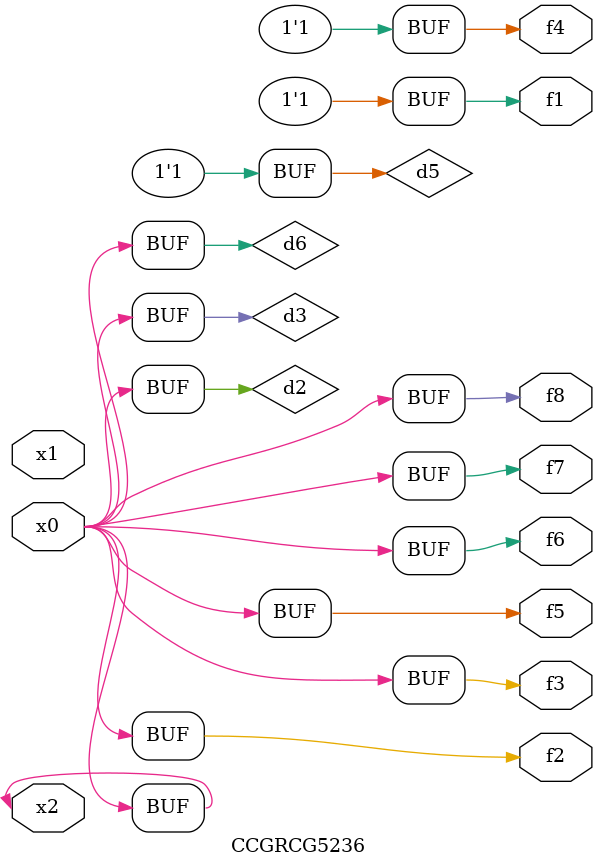
<source format=v>
module CCGRCG5236(
	input x0, x1, x2,
	output f1, f2, f3, f4, f5, f6, f7, f8
);

	wire d1, d2, d3, d4, d5, d6;

	xnor (d1, x2);
	buf (d2, x0, x2);
	and (d3, x0);
	xnor (d4, x1, x2);
	nand (d5, d1, d3);
	buf (d6, d2, d3);
	assign f1 = d5;
	assign f2 = d6;
	assign f3 = d6;
	assign f4 = d5;
	assign f5 = d6;
	assign f6 = d6;
	assign f7 = d6;
	assign f8 = d6;
endmodule

</source>
